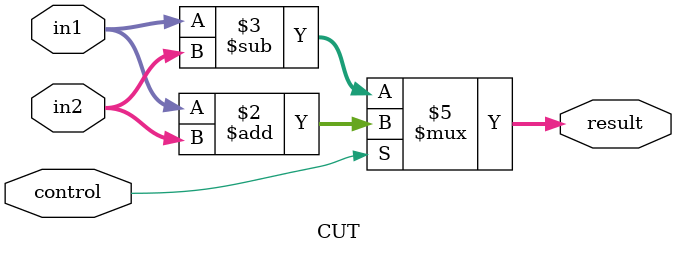
<source format=v>
module CUT(output reg [7:0] result, input [7:0] in1, in2, input control); 
    always @(*) begin 
        if (control) 
            result = in1 + in2; 
        else 
            result = in1 - in2; 
    end 
endmodule

</source>
